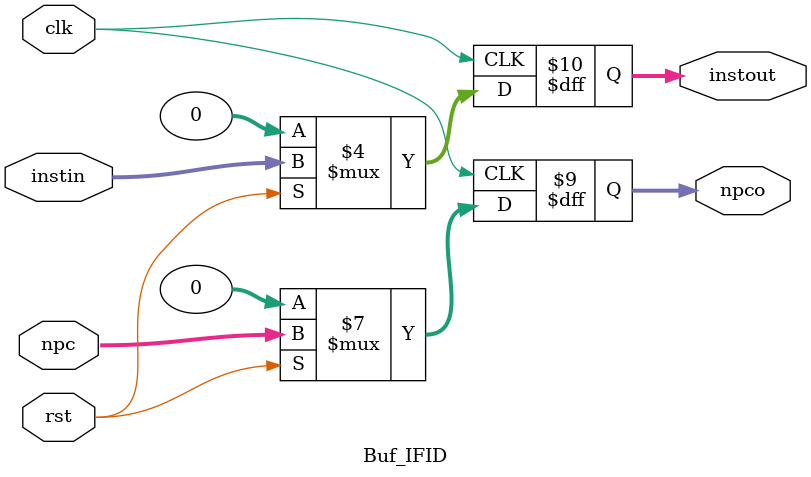
<source format=v>
`timescale 1ns / 1ps
module Buf_IFID(input clk, input rst, input [31:0]npc, input [31:0]instin, output reg [31:0]npco, output reg [31:0]instout
    );
always@(posedge clk)
if(!rst)
begin
npco <= 0;
instout <= 0;
end
else
begin
npco <= npc;
instout <= instin;
end
endmodule

</source>
